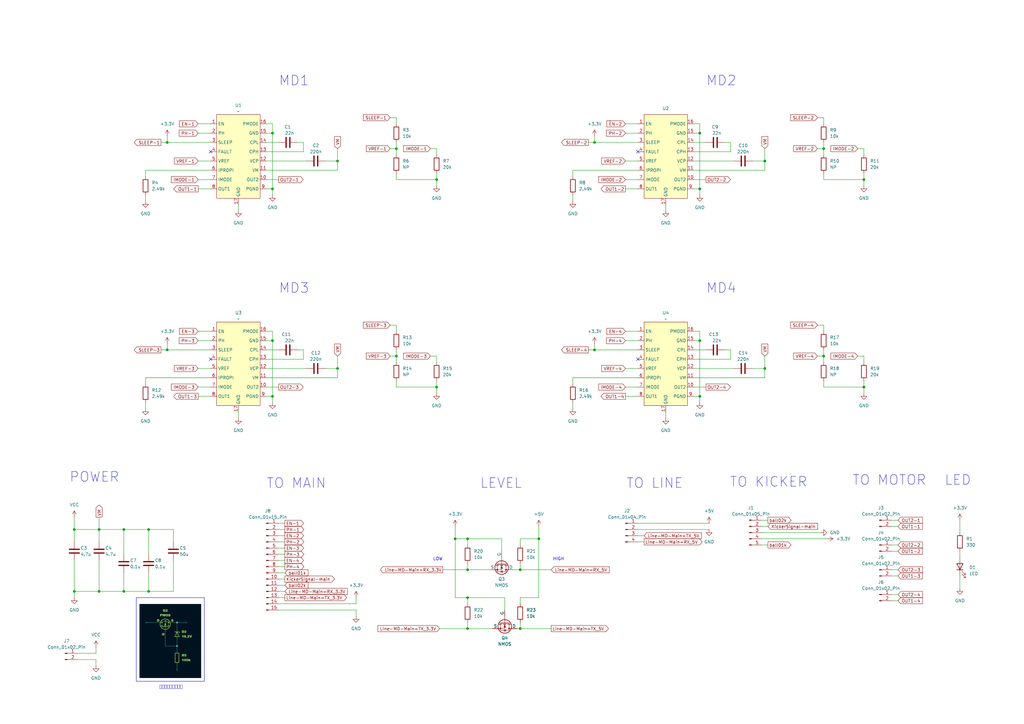
<source format=kicad_sch>
(kicad_sch (version 20231120) (generator "eeschema") (generator_version "8.0")
  (paper "A3")
  (lib_symbols
    (symbol "+3.3V_1" (power) (pin_numbers hide) (pin_names (offset 0) hide)
      (property "Value" "+3.3V" (at 0 3.556 0))
      (symbol "+3.3V_1_1_1"
        (pin power_in line (at 0 0 90) (length 0) (name "~") (number "1"))
      )
    )
    (symbol "+3.3V_3" (power) (pin_numbers hide) (pin_names (offset 0) hide)
      (property "Value" "+3.3V" (at 0 3.556 0))
      (symbol "+3.3V_3_1_1"
        (pin power_in line (at 0 0 90) (length 0) (name "~") (number "1"))
      )
    )
    (symbol "@MyLibrary:DRV8874"
      (property "Reference" "U" (at 0 19.05 0))
      (symbol "DRV8874_1_1"
        (pin passive line (at -11.43 13.97 0) (length 2.54) (name "EN") (number "1"))
        (pin passive line (at 11.43 -8.89 180) (length 2.54) (name "OUT2") (number "10"))
        (pin passive line (at 11.43 -5.08 180) (length 2.54) (name "VM") (number "11"))
        (pin passive line (at 11.43 -1.27 180) (length 2.54) (name "VCP") (number "12"))
        (pin passive line (at 11.43 2.54 180) (length 2.54) (name "CPH") (number "13"))
        (pin passive line (at 11.43 6.35 180) (length 2.54) (name "CPL") (number "14"))
        (pin passive line (at 11.43 10.16 180) (length 2.54) (name "GND") (number "15"))
        (pin passive line (at 11.43 13.97 180) (length 2.54) (name "PMODE") (number "16"))
        (pin passive line (at 0 -19.05 90) (length 2.54) (name "GND") (number "17"))
        (pin passive line (at -11.43 10.16 0) (length 2.54) (name "PH") (number "2"))
        (pin passive line (at -11.43 6.35 0) (length 2.54) (name "SLEEP") (number "3"))
        (pin passive line (at -11.43 2.54 0) (length 2.54) (name "FAULT") (number "4"))
        (pin passive line (at -11.43 -1.27 0) (length 2.54) (name "VREF") (number "5"))
        (pin passive line (at -11.43 -5.08 0) (length 2.54) (name "IPROPI") (number "6"))
        (pin passive line (at -11.43 -8.89 0) (length 2.54) (name "IMODE") (number "7"))
        (pin passive line (at -11.43 -12.7 0) (length 2.54) (name "OUT1") (number "8"))
        (pin passive line (at 11.43 -12.7 180) (length 2.54) (name "PGND") (number "9"))
      )
    )
    (symbol "Connector:Conn_01x02_Pin" (pin_names (offset 1.016) hide)
      (property "Reference" "J" (at 0 2.54 0))
      (property "Value" "Conn_01x02_Pin" (at 0 -5.08 0))
      (symbol "Conn_01x02_Pin_1_1"
        (pin passive line (at 5.08 0 180) (length 3.81) (name "Pin_1") (number "1"))
        (pin passive line (at 5.08 -2.54 180) (length 3.81) (name "Pin_2") (number "2"))
      )
    )
    (symbol "Connector:Conn_01x04_Pin" (pin_names (offset 1.016) hide)
      (property "Reference" "J" (at 0 5.08 0))
      (property "Value" "Conn_01x04_Pin" (at 0 -7.62 0))
      (symbol "Conn_01x04_Pin_1_1"
        (pin passive line (at 5.08 2.54 180) (length 3.81) (name "Pin_1") (number "1"))
        (pin passive line (at 5.08 0 180) (length 3.81) (name "Pin_2") (number "2"))
        (pin passive line (at 5.08 -2.54 180) (length 3.81) (name "Pin_3") (number "3"))
        (pin passive line (at 5.08 -5.08 180) (length 3.81) (name "Pin_4") (number "4"))
      )
    )
    (symbol "Connector:Conn_01x05_Pin" (pin_names (offset 1.016) hide)
      (property "Reference" "J" (at 0 7.62 0))
      (property "Value" "Conn_01x05_Pin" (at 0 -7.62 0))
      (symbol "Conn_01x05_Pin_1_1"
        (pin passive line (at 5.08 5.08 180) (length 3.81) (name "Pin_1") (number "1"))
        (pin passive line (at 5.08 2.54 180) (length 3.81) (name "Pin_2") (number "2"))
        (pin passive line (at 5.08 0 180) (length 3.81) (name "Pin_3") (number "3"))
        (pin passive line (at 5.08 -2.54 180) (length 3.81) (name "Pin_4") (number "4"))
        (pin passive line (at 5.08 -5.08 180) (length 3.81) (name "Pin_5") (number "5"))
      )
    )
    (symbol "Connector:Conn_01x15_Pin" (pin_names (offset 1.016) hide)
      (property "Reference" "J" (at 0 20.32 0))
      (property "Value" "Conn_01x15_Pin" (at 0 -20.32 0))
      (symbol "Conn_01x15_Pin_1_1"
        (pin passive line (at 5.08 17.78 180) (length 3.81) (name "Pin_1") (number "1"))
        (pin passive line (at 5.08 -5.08 180) (length 3.81) (name "Pin_10") (number "10"))
        (pin passive line (at 5.08 -7.62 180) (length 3.81) (name "Pin_11") (number "11"))
        (pin passive line (at 5.08 -10.16 180) (length 3.81) (name "Pin_12") (number "12"))
        (pin passive line (at 5.08 -12.7 180) (length 3.81) (name "Pin_13") (number "13"))
        (pin passive line (at 5.08 -15.24 180) (length 3.81) (name "Pin_14") (number "14"))
        (pin passive line (at 5.08 -17.78 180) (length 3.81) (name "Pin_15") (number "15"))
        (pin passive line (at 5.08 15.24 180) (length 3.81) (name "Pin_2") (number "2"))
        (pin passive line (at 5.08 12.7 180) (length 3.81) (name "Pin_3") (number "3"))
        (pin passive line (at 5.08 10.16 180) (length 3.81) (name "Pin_4") (number "4"))
        (pin passive line (at 5.08 7.62 180) (length 3.81) (name "Pin_5") (number "5"))
        (pin passive line (at 5.08 5.08 180) (length 3.81) (name "Pin_6") (number "6"))
        (pin passive line (at 5.08 2.54 180) (length 3.81) (name "Pin_7") (number "7"))
        (pin passive line (at 5.08 0 180) (length 3.81) (name "Pin_8") (number "8"))
        (pin passive line (at 5.08 -2.54 180) (length 3.81) (name "Pin_9") (number "9"))
      )
    )
    (symbol "Device:C" (pin_numbers hide) (pin_names (offset 0.254))
      (property "Reference" "C" (at 0.635 2.54 0))
      (property "Value" "C" (at 0.635 -2.54 0))
      (symbol "C_1_1"
        (pin passive line (at 0 3.81 270) (length 2.794) (name "~") (number "1"))
        (pin passive line (at 0 -3.81 90) (length 2.794) (name "~") (number "2"))
      )
    )
    (symbol "Device:LED" (pin_numbers hide) (pin_names (offset 1.016) hide)
      (property "Reference" "D" (at 0 2.54 0))
      (property "Value" "LED" (at 0 -2.54 0))
      (symbol "LED_1_1"
        (pin passive line (at -3.81 0 0) (length 2.54) (name "K") (number "1"))
        (pin passive line (at 3.81 0 180) (length 2.54) (name "A") (number "2"))
      )
    )
    (symbol "Device:R" (pin_numbers hide) (pin_names (offset 0))
      (property "Reference" "R" (at 2.032 0 90))
      (property "Value" "R" (at 0 0 90))
      (symbol "R_1_1"
        (pin passive line (at 0 3.81 270) (length 1.27) (name "~") (number "1"))
        (pin passive line (at 0 -3.81 90) (length 1.27) (name "~") (number "2"))
      )
    )
    (symbol "GND_1" (power) (pin_numbers hide) (pin_names (offset 0) hide)
      (property "Value" "GND" (at 0 -3.81 0))
      (symbol "GND_1_1_1"
        (pin power_in line (at 0 0 270) (length 0) (name "~") (number "1"))
      )
    )
    (symbol "GND_2" (power) (pin_numbers hide) (pin_names (offset 0) hide)
      (property "Value" "GND" (at 0 -3.81 0))
      (symbol "GND_2_1_1"
        (pin power_in line (at 0 0 270) (length 0) (name "~") (number "1"))
      )
    )
    (symbol "GND_3" (power) (pin_numbers hide) (pin_names (offset 0) hide)
      (property "Value" "GND" (at 0 -3.81 0))
      (symbol "GND_3_1_1"
        (pin power_in line (at 0 0 270) (length 0) (name "~") (number "1"))
      )
    )
    (symbol "Simulation_SPICE:NMOS" (pin_numbers hide) (pin_names (offset 0))
      (property "Reference" "Q" (at 5.08 1.27 0))
      (property "Value" "NMOS" (at 5.08 -1.27 0))
      (symbol "NMOS_1_1"
        (pin passive line (at 2.54 5.08 270) (length 2.54) (name "D") (number "1"))
        (pin input line (at -5.08 0 0) (length 2.54) (name "G") (number "2"))
        (pin passive line (at 2.54 -5.08 90) (length 2.54) (name "S") (number "3"))
      )
    )
    (symbol "power:+3.3V" (power) (pin_names (offset 0))
      (property "Value" "+3.3V" (at 0 3.556 0))
      (symbol "+3.3V_1_1"
        (pin power_in line (at 0 0 90) (length 0) hide (name "+3.3V") (number "1"))
      )
    )
    (symbol "power:+5V" (power) (pin_numbers hide) (pin_names (offset 0) hide)
      (property "Value" "+5V" (at 0 3.556 0))
      (symbol "+5V_1_1"
        (pin power_in line (at 0 0 90) (length 0) (name "~") (number "1"))
      )
    )
    (symbol "power:GND" (power) (pin_names (offset 0))
      (property "Value" "GND" (at 0 -3.81 0))
      (symbol "GND_1_1"
        (pin power_in line (at 0 0 270) (length 0) hide (name "GND") (number "1"))
      )
    )
    (symbol "power:VCC" (power) (pin_names (offset 0))
      (property "Value" "VCC" (at 0 3.81 0))
      (symbol "VCC_1_1"
        (pin power_in line (at 0 0 90) (length 0) hide (name "VCC") (number "1"))
      )
    )
  )
  (junction (at 111.76 77.47))
  (junction (at 191.77 245.11))
  (junction (at 162.56 146.05))
  (junction (at 191.77 233.68))
  (junction (at 213.36 233.68))
  (junction (at 213.36 257.81))
  (junction (at 30.48 242.57))
  (junction (at 337.82 60.96))
  (junction (at 186.69 220.98))
  (junction (at 50.8 242.57))
  (junction (at 191.77 257.81))
  (junction (at 40.64 242.57))
  (junction (at 337.82 146.05))
  (junction (at 179.07 158.75))
  (junction (at 60.96 242.57))
  (junction (at 40.64 217.17))
  (junction (at 191.77 220.98))
  (junction (at 111.76 54.61))
  (junction (at 50.8 217.17))
  (junction (at 287.02 162.56))
  (junction (at 111.76 139.7))
  (junction (at 138.43 66.04))
  (junction (at 287.02 54.61))
  (junction (at 287.02 77.47))
  (junction (at 60.96 217.17))
  (junction (at 30.48 217.17))
  (junction (at 111.76 162.56))
  (junction (at 179.07 73.66))
  (junction (at 354.33 73.66))
  (junction (at 243.84 143.51))
  (junction (at 243.84 58.42))
  (junction (at 220.98 220.98))
  (junction (at 313.69 66.04))
  (junction (at 313.69 151.13))
  (junction (at 354.33 158.75))
  (junction (at 138.43 151.13))
  (junction (at 162.56 60.96))
  (junction (at 287.02 139.7))
  (junction (at 68.58 58.42))
  (junction (at 68.58 143.51))
  (no_connect (at 86.36 147.32))
  (no_connect (at 261.62 147.32))
  (no_connect (at 261.62 62.23))
  (no_connect (at 86.36 62.23))
  (wire (pts (xy 109.22 77.47) (xy 111.76 77.47)))
  (wire (pts (xy 111.76 80.01) (xy 111.76 77.47)))
  (wire (pts (xy 97.79 83.82) (xy 97.79 86.36)))
  (wire (pts (xy 213.36 257.81) (xy 226.06 257.81)))
  (wire (pts (xy 114.3 229.87) (xy 116.84 229.87)))
  (wire (pts (xy 162.56 158.75) (xy 179.07 158.75)))
  (wire (pts (xy 368.3 215.9) (xy 365.76 215.9)))
  (wire (pts (xy 234.95 167.64) (xy 234.95 165.1)))
  (wire (pts (xy 114.3 73.66) (xy 109.22 73.66)))
  (wire (pts (xy 241.3 143.51) (xy 243.84 143.51)))
  (wire (pts (xy 109.22 162.56) (xy 111.76 162.56)))
  (wire (pts (xy 116.84 245.11) (xy 114.3 245.11)))
  (wire (pts (xy 114.3 237.49) (xy 116.84 237.49)))
  (wire (pts (xy 284.48 77.47) (xy 287.02 77.47)))
  (wire (pts (xy 60.96 217.17) (xy 60.96 227.33)))
  (wire (pts (xy 289.56 158.75) (xy 284.48 158.75)))
  (wire (pts (xy 133.35 151.13) (xy 138.43 151.13)))
  (wire (pts (xy 179.07 71.12) (xy 179.07 73.66)))
  (wire (pts (xy 337.82 48.26) (xy 337.82 50.8)))
  (wire (pts (xy 50.8 217.17) (xy 60.96 217.17)))
  (wire (pts (xy 40.64 217.17) (xy 50.8 217.17)))
  (wire (pts (xy 39.37 270.51) (xy 31.75 270.51)))
  (wire (pts (xy 243.84 58.42) (xy 261.62 58.42)))
  (wire (pts (xy 299.72 58.42) (xy 299.72 62.23)))
  (wire (pts (xy 39.37 267.97) (xy 31.75 267.97)))
  (wire (pts (xy 337.82 143.51) (xy 337.82 146.05)))
  (wire (pts (xy 354.33 60.96) (xy 354.33 63.5)))
  (wire (pts (xy 116.84 217.17) (xy 114.3 217.17)))
  (wire (pts (xy 81.28 66.04) (xy 86.36 66.04)))
  (wire (pts (xy 213.36 233.68) (xy 210.82 233.68)))
  (wire (pts (xy 81.28 77.47) (xy 86.36 77.47)))
  (wire (pts (xy 312.42 220.98) (xy 339.09 220.98)))
  (wire (pts (xy 40.64 217.17) (xy 40.64 212.09)))
  (wire (pts (xy 180.34 257.81) (xy 191.77 257.81)))
  (wire (pts (xy 186.69 245.11) (xy 191.77 245.11)))
  (wire (pts (xy 335.28 48.26) (xy 337.82 48.26)))
  (wire (pts (xy 81.28 54.61) (xy 86.36 54.61)))
  (wire (pts (xy 160.02 60.96) (xy 162.56 60.96)))
  (wire (pts (xy 40.64 229.87) (xy 40.64 242.57)))
  (wire (pts (xy 71.12 242.57) (xy 60.96 242.57)))
  (wire (pts (xy 125.73 66.04) (xy 109.22 66.04)))
  (wire (pts (xy 162.56 73.66) (xy 179.07 73.66)))
  (wire (pts (xy 59.69 154.94) (xy 59.69 157.48)))
  (wire (pts (xy 337.82 71.12) (xy 337.82 73.66)))
  (wire (pts (xy 365.76 213.36) (xy 368.3 213.36)))
  (wire (pts (xy 337.82 146.05) (xy 337.82 148.59)))
  (wire (pts (xy 273.05 83.82) (xy 273.05 86.36)))
  (wire (pts (xy 114.3 143.51) (xy 109.22 143.51)))
  (wire (pts (xy 314.96 223.52) (xy 312.42 223.52)))
  (wire (pts (xy 313.69 66.04) (xy 313.69 69.85)))
  (wire (pts (xy 179.07 158.75) (xy 179.07 161.29)))
  (wire (pts (xy 81.28 151.13) (xy 86.36 151.13)))
  (wire (pts (xy 59.69 69.85) (xy 59.69 72.39)))
  (wire (pts (xy 354.33 73.66) (xy 354.33 76.2)))
  (wire (pts (xy 261.62 154.94) (xy 234.95 154.94)))
  (wire (pts (xy 114.3 58.42) (xy 109.22 58.42)))
  (wire (pts (xy 337.82 73.66) (xy 354.33 73.66)))
  (wire (pts (xy 205.74 226.06) (xy 205.74 220.98)))
  (wire (pts (xy 297.18 143.51) (xy 299.72 143.51)))
  (wire (pts (xy 220.98 220.98) (xy 220.98 215.9)))
  (wire (pts (xy 71.12 229.87) (xy 71.12 242.57)))
  (wire (pts (xy 116.84 242.57) (xy 114.3 242.57)))
  (wire (pts (xy 284.48 147.32) (xy 299.72 147.32)))
  (wire (pts (xy 287.02 139.7) (xy 287.02 162.56)))
  (wire (pts (xy 243.84 143.51) (xy 261.62 143.51)))
  (wire (pts (xy 138.43 151.13) (xy 138.43 154.94)))
  (wire (pts (xy 181.61 233.68) (xy 191.77 233.68)))
  (wire (pts (xy 138.43 60.96) (xy 138.43 66.04)))
  (wire (pts (xy 335.28 146.05) (xy 337.82 146.05)))
  (wire (pts (xy 213.36 257.81) (xy 212.09 257.81)))
  (wire (pts (xy 191.77 233.68) (xy 191.77 231.14)))
  (wire (pts (xy 109.22 54.61) (xy 111.76 54.61)))
  (wire (pts (xy 109.22 147.32) (xy 124.46 147.32)))
  (wire (pts (xy 138.43 154.94) (xy 109.22 154.94)))
  (wire (pts (xy 114.3 224.79) (xy 116.84 224.79)))
  (wire (pts (xy 354.33 71.12) (xy 354.33 73.66)))
  (wire (pts (xy 50.8 217.17) (xy 50.8 227.33)))
  (wire (pts (xy 256.54 135.89) (xy 261.62 135.89)))
  (wire (pts (xy 335.28 133.35) (xy 337.82 133.35)))
  (wire (pts (xy 59.69 82.55) (xy 59.69 80.01)))
  (wire (pts (xy 186.69 215.9) (xy 186.69 220.98)))
  (wire (pts (xy 261.62 217.17) (xy 290.83 217.17)))
  (wire (pts (xy 337.82 60.96) (xy 337.82 63.5)))
  (wire (pts (xy 160.02 146.05) (xy 162.56 146.05)))
  (wire (pts (xy 354.33 156.21) (xy 354.33 158.75)))
  (wire (pts (xy 365.76 226.06) (xy 368.3 226.06)))
  (wire (pts (xy 243.84 55.88) (xy 243.84 58.42)))
  (wire (pts (xy 191.77 245.11) (xy 207.01 245.11)))
  (wire (pts (xy 160.02 48.26) (xy 162.56 48.26)))
  (wire (pts (xy 256.54 73.66) (xy 261.62 73.66)))
  (wire (pts (xy 220.98 220.98) (xy 220.98 245.11)))
  (wire (pts (xy 337.82 158.75) (xy 354.33 158.75)))
  (wire (pts (xy 30.48 217.17) (xy 40.64 217.17)))
  (wire (pts (xy 30.48 212.09) (xy 30.48 217.17)))
  (wire (pts (xy 186.69 220.98) (xy 191.77 220.98)))
  (wire (pts (xy 287.02 50.8) (xy 287.02 54.61)))
  (wire (pts (xy 287.02 80.01) (xy 287.02 77.47)))
  (wire (pts (xy 114.3 219.71) (xy 116.84 219.71)))
  (wire (pts (xy 40.64 242.57) (xy 50.8 242.57)))
  (wire (pts (xy 213.36 233.68) (xy 226.06 233.68)))
  (wire (pts (xy 308.61 66.04) (xy 313.69 66.04)))
  (wire (pts (xy 114.3 158.75) (xy 109.22 158.75)))
  (wire (pts (xy 261.62 69.85) (xy 234.95 69.85)))
  (wire (pts (xy 81.28 162.56) (xy 86.36 162.56)))
  (wire (pts (xy 313.69 151.13) (xy 313.69 154.94)))
  (wire (pts (xy 234.95 69.85) (xy 234.95 72.39)))
  (wire (pts (xy 162.56 156.21) (xy 162.56 158.75)))
  (wire (pts (xy 86.36 154.94) (xy 59.69 154.94)))
  (wire (pts (xy 351.79 146.05) (xy 354.33 146.05)))
  (wire (pts (xy 220.98 245.11) (xy 213.36 245.11)))
  (wire (pts (xy 186.69 220.98) (xy 186.69 245.11)))
  (wire (pts (xy 50.8 242.57) (xy 60.96 242.57)))
  (wire (pts (xy 81.28 135.89) (xy 86.36 135.89)))
  (wire (pts (xy 111.76 139.7) (xy 111.76 162.56)))
  (wire (pts (xy 287.02 165.1) (xy 287.02 162.56)))
  (wire (pts (xy 179.07 60.96) (xy 179.07 63.5)))
  (wire (pts (xy 111.76 50.8) (xy 111.76 54.61)))
  (wire (pts (xy 300.99 151.13) (xy 284.48 151.13)))
  (wire (pts (xy 179.07 73.66) (xy 179.07 76.2)))
  (wire (pts (xy 39.37 265.43) (xy 39.37 267.97)))
  (wire (pts (xy 314.96 213.36) (xy 312.42 213.36)))
  (wire (pts (xy 30.48 229.87) (xy 30.48 242.57)))
  (wire (pts (xy 111.76 135.89) (xy 111.76 139.7)))
  (wire (pts (xy 335.28 60.96) (xy 337.82 60.96)))
  (wire (pts (xy 68.58 55.88) (xy 68.58 58.42)))
  (wire (pts (xy 351.79 60.96) (xy 354.33 60.96)))
  (wire (pts (xy 365.76 236.22) (xy 368.3 236.22)))
  (wire (pts (xy 365.76 246.38) (xy 368.3 246.38)))
  (wire (pts (xy 114.3 222.25) (xy 116.84 222.25)))
  (wire (pts (xy 205.74 220.98) (xy 191.77 220.98)))
  (wire (pts (xy 354.33 146.05) (xy 354.33 148.59)))
  (wire (pts (xy 138.43 69.85) (xy 109.22 69.85)))
  (wire (pts (xy 256.54 50.8) (xy 261.62 50.8)))
  (wire (pts (xy 39.37 270.51) (xy 39.37 273.05)))
  (wire (pts (xy 114.3 247.65) (xy 146.05 247.65)))
  (wire (pts (xy 213.36 220.98) (xy 220.98 220.98)))
  (wire (pts (xy 393.7 228.6) (xy 393.7 226.06)))
  (wire (pts (xy 213.36 223.52) (xy 213.36 220.98)))
  (wire (pts (xy 162.56 133.35) (xy 162.56 135.89)))
  (wire (pts (xy 114.3 234.95) (xy 116.84 234.95)))
  (wire (pts (xy 213.36 255.27) (xy 213.36 257.81)))
  (wire (pts (xy 365.76 233.68) (xy 368.3 233.68)))
  (wire (pts (xy 284.48 62.23) (xy 299.72 62.23)))
  (wire (pts (xy 114.3 250.19) (xy 146.05 250.19)))
  (wire (pts (xy 138.43 146.05) (xy 138.43 151.13)))
  (wire (pts (xy 284.48 54.61) (xy 287.02 54.61)))
  (wire (pts (xy 337.82 58.42) (xy 337.82 60.96)))
  (wire (pts (xy 179.07 156.21) (xy 179.07 158.75)))
  (wire (pts (xy 138.43 66.04) (xy 138.43 69.85)))
  (wire (pts (xy 289.56 73.66) (xy 284.48 73.66)))
  (wire (pts (xy 337.82 133.35) (xy 337.82 135.89)))
  (wire (pts (xy 234.95 154.94) (xy 234.95 157.48)))
  (wire (pts (xy 284.48 139.7) (xy 287.02 139.7)))
  (wire (pts (xy 256.54 158.75) (xy 261.62 158.75)))
  (wire (pts (xy 124.46 143.51) (xy 124.46 147.32)))
  (wire (pts (xy 71.12 217.17) (xy 71.12 222.25)))
  (wire (pts (xy 256.54 54.61) (xy 261.62 54.61)))
  (wire (pts (xy 256.54 77.47) (xy 261.62 77.47)))
  (wire (pts (xy 109.22 62.23) (xy 124.46 62.23)))
  (wire (pts (xy 97.79 168.91) (xy 97.79 171.45)))
  (wire (pts (xy 68.58 58.42) (xy 86.36 58.42)))
  (wire (pts (xy 162.56 60.96) (xy 162.56 63.5)))
  (wire (pts (xy 191.77 220.98) (xy 191.77 223.52)))
  (wire (pts (xy 86.36 69.85) (xy 59.69 69.85)))
  (wire (pts (xy 312.42 218.44) (xy 336.55 218.44)))
  (wire (pts (xy 289.56 143.51) (xy 284.48 143.51)))
  (wire (pts (xy 191.77 257.81) (xy 201.93 257.81)))
  (wire (pts (xy 60.96 242.57) (xy 60.96 234.95)))
  (wire (pts (xy 234.95 82.55) (xy 234.95 80.01)))
  (wire (pts (xy 121.92 58.42) (xy 124.46 58.42)))
  (wire (pts (xy 59.69 167.64) (xy 59.69 165.1)))
  (wire (pts (xy 191.77 233.68) (xy 200.66 233.68)))
  (wire (pts (xy 68.58 140.97) (xy 68.58 143.51)))
  (wire (pts (xy 109.22 50.8) (xy 111.76 50.8)))
  (wire (pts (xy 146.05 252.73) (xy 146.05 250.19)))
  (wire (pts (xy 337.82 156.21) (xy 337.82 158.75)))
  (wire (pts (xy 297.18 58.42) (xy 299.72 58.42)))
  (wire (pts (xy 162.56 146.05) (xy 162.56 148.59)))
  (wire (pts (xy 125.73 151.13) (xy 109.22 151.13)))
  (wire (pts (xy 273.05 168.91) (xy 273.05 171.45)))
  (wire (pts (xy 191.77 255.27) (xy 191.77 257.81)))
  (wire (pts (xy 191.77 245.11) (xy 191.77 247.65)))
  (wire (pts (xy 256.54 162.56) (xy 261.62 162.56)))
  (wire (pts (xy 162.56 71.12) (xy 162.56 73.66)))
  (wire (pts (xy 299.72 143.51) (xy 299.72 147.32)))
  (wire (pts (xy 284.48 50.8) (xy 287.02 50.8)))
  (wire (pts (xy 111.76 54.61) (xy 111.76 77.47)))
  (wire (pts (xy 176.53 146.05) (xy 179.07 146.05)))
  (wire (pts (xy 313.69 60.96) (xy 313.69 66.04)))
  (wire (pts (xy 114.3 227.33) (xy 116.84 227.33)))
  (wire (pts (xy 162.56 143.51) (xy 162.56 146.05)))
  (wire (pts (xy 81.28 158.75) (xy 86.36 158.75)))
  (wire (pts (xy 60.96 217.17) (xy 71.12 217.17)))
  (wire (pts (xy 207.01 245.11) (xy 207.01 250.19)))
  (wire (pts (xy 313.69 146.05) (xy 313.69 151.13)))
  (wire (pts (xy 109.22 135.89) (xy 111.76 135.89)))
  (wire (pts (xy 284.48 135.89) (xy 287.02 135.89)))
  (wire (pts (xy 300.99 66.04) (xy 284.48 66.04)))
  (wire (pts (xy 40.64 222.25) (xy 40.64 217.17)))
  (wire (pts (xy 116.84 214.63) (xy 114.3 214.63)))
  (wire (pts (xy 176.53 60.96) (xy 179.07 60.96)))
  (wire (pts (xy 287.02 135.89) (xy 287.02 139.7)))
  (wire (pts (xy 261.62 222.25) (xy 264.16 222.25)))
  (wire (pts (xy 287.02 54.61) (xy 287.02 77.47)))
  (wire (pts (xy 312.42 215.9) (xy 314.96 215.9)))
  (wire (pts (xy 354.33 158.75) (xy 354.33 161.29)))
  (wire (pts (xy 124.46 58.42) (xy 124.46 62.23)))
  (wire (pts (xy 213.36 245.11) (xy 213.36 247.65)))
  (wire (pts (xy 289.56 58.42) (xy 284.48 58.42)))
  (wire (pts (xy 30.48 217.17) (xy 30.48 222.25)))
  (wire (pts (xy 30.48 242.57) (xy 40.64 242.57)))
  (wire (pts (xy 261.62 219.71) (xy 264.16 219.71)))
  (wire (pts (xy 261.62 214.63) (xy 290.83 214.63)))
  (wire (pts (xy 162.56 48.26) (xy 162.56 50.8)))
  (wire (pts (xy 393.7 241.3) (xy 393.7 236.22)))
  (wire (pts (xy 313.69 154.94) (xy 284.48 154.94)))
  (wire (pts (xy 133.35 66.04) (xy 138.43 66.04)))
  (wire (pts (xy 111.76 165.1) (xy 111.76 162.56)))
  (wire (pts (xy 66.04 143.51) (xy 68.58 143.51)))
  (wire (pts (xy 243.84 140.97) (xy 243.84 143.51)))
  (wire (pts (xy 256.54 66.04) (xy 261.62 66.04)))
  (wire (pts (xy 284.48 162.56) (xy 287.02 162.56)))
  (wire (pts (xy 81.28 73.66) (xy 86.36 73.66)))
  (wire (pts (xy 50.8 234.95) (xy 50.8 242.57)))
  (wire (pts (xy 68.58 143.51) (xy 86.36 143.51)))
  (wire (pts (xy 308.61 151.13) (xy 313.69 151.13)))
  (wire (pts (xy 114.3 232.41) (xy 116.84 232.41)))
  (wire (pts (xy 146.05 247.65) (xy 146.05 245.11)))
  (wire (pts (xy 30.48 245.11) (xy 30.48 242.57)))
  (wire (pts (xy 116.84 240.03) (xy 114.3 240.03)))
  (wire (pts (xy 256.54 139.7) (xy 261.62 139.7)))
  (wire (pts (xy 313.69 69.85) (xy 284.48 69.85)))
  (wire (pts (xy 365.76 223.52) (xy 368.3 223.52)))
  (wire (pts (xy 213.36 231.14) (xy 213.36 233.68)))
  (wire (pts (xy 160.02 133.35) (xy 162.56 133.35)))
  (wire (pts (xy 109.22 139.7) (xy 111.76 139.7)))
  (wire (pts (xy 256.54 151.13) (xy 261.62 151.13)))
  (wire (pts (xy 241.3 58.42) (xy 243.84 58.42)))
  (wire (pts (xy 393.7 218.44) (xy 393.7 213.36)))
  (wire (pts (xy 81.28 139.7) (xy 86.36 139.7)))
  (wire (pts (xy 179.07 146.05) (xy 179.07 148.59)))
  (wire (pts (xy 121.92 143.51) (xy 124.46 143.51)))
  (wire (pts (xy 365.76 243.84) (xy 368.3 243.84)))
  (wire (pts (xy 81.28 50.8) (xy 86.36 50.8)))
  (wire (pts (xy 66.04 58.42) (xy 68.58 58.42)))
  (wire (pts (xy 162.56 58.42) (xy 162.56 60.96)))
  (rectangle (start 55.88 245.11) (end 83.82 279.4))
  (image (at 69.85 262.89) (scale 0.178723))
  (text "HIGH" (at 229.108 229.362 0) (effects (font (size 1.27 1.27))))
  (text "TO MOTOR" (at 349.504 199.39 0) (effects (font (size 4 4)) (justify left bottom)))
  (text "TO KICKER" (at 299.212 200.152 0) (effects (font (size 4 4)) (justify left bottom)))
  (text "TO LINE" (at 256.794 200.66 0) (effects (font (size 4 4)) (justify left bottom)))
  (text "MD3" (at 114.3 120.65 0) (effects (font (size 4 4)) (justify left bottom)))
  (text "MD2" (at 289.56 35.56 0) (effects (font (size 4 4)) (justify left bottom)))
  (text "POWER" (at 28.448 198.12 0) (effects (font (size 4 4)) (justify left bottom)))
  (text "MD1" (at 114.3 35.56 0) (effects (font (size 4 4)) (justify left bottom)))
  (text "TO MAIN" (at 109.22 200.66 0) (effects (font (size 4 4)) (justify left bottom)))
  (text "LOW" (at 179.578 229.362 0) (effects (font (size 1.27 1.27))))
  (text "保護部分は削除した" (at 70.104 282.194 0) (effects (font (size 1.27 1.27) (thickness 0.254) (bold yes))))
  (text "MD4" (at 289.56 120.65 0) (effects (font (size 4 4)) (justify left bottom)))
  (text "LED" (at 387.35 199.39 0) (effects (font (size 4 4)) (justify left bottom)))
  (text "LEVEL" (at 196.85 200.66 0) (effects (font (size 4 4)) (justify left bottom)))
  (global_label "PH-2" (shape input) (at 256.54 54.61 180) (property "Intersheetrefs" "${INTERSHEET_REFS}" (effects (hide yes))))
  (global_label "SLEEP-3" (shape input) (at 160.02 133.35 180) (property "Intersheetrefs" "${INTERSHEET_REFS}" (effects (hide yes))))
  (global_label "ball02k" (shape output) (at 314.96 213.36 0) (property "Intersheetrefs" "${INTERSHEET_REFS}" (effects (hide yes))))
  (global_label "PH-1" (shape input) (at 81.28 54.61 180) (property "Intersheetrefs" "${INTERSHEET_REFS}" (effects (hide yes))))
  (global_label "OUT2-1" (shape output) (at 114.3 73.66 0) (property "Intersheetrefs" "${INTERSHEET_REFS}" (effects (hide yes))))
  (global_label "IMODE-1" (shape input) (at 176.53 60.96 180) (property "Intersheetrefs" "${INTERSHEET_REFS}" (effects (hide yes))))
  (global_label "EN-2" (shape output) (at 116.84 219.71 0) (property "Intersheetrefs" "${INTERSHEET_REFS}" (effects (hide yes))))
  (global_label "OUT1-4" (shape output) (at 256.54 162.56 180) (property "Intersheetrefs" "${INTERSHEET_REFS}" (effects (hide yes))))
  (global_label "IMODE-3" (shape input) (at 81.28 158.75 180) (property "Intersheetrefs" "${INTERSHEET_REFS}" (effects (hide yes))))
  (global_label "ball01k" (shape output) (at 314.96 223.52 0) (property "Intersheetrefs" "${INTERSHEET_REFS}" (effects (hide yes))))
  (global_label "OUT1-4" (shape input) (at 368.3 246.38 0) (property "Intersheetrefs" "${INTERSHEET_REFS}" (effects (hide yes))))
  (global_label "VM" (shape input) (at 138.43 146.05 90) (property "Intersheetrefs" "${INTERSHEET_REFS}" (effects (hide yes))))
  (global_label "Line-MD-Main=TX_3.3V" (shape input) (at 180.34 257.81 180) (property "Intersheetrefs" "${INTERSHEET_REFS}" (effects (hide yes))))
  (global_label "OUT2-2" (shape input) (at 368.3 223.52 0) (property "Intersheetrefs" "${INTERSHEET_REFS}" (effects (hide yes))))
  (global_label "PH-4" (shape input) (at 256.54 139.7 180) (property "Intersheetrefs" "${INTERSHEET_REFS}" (effects (hide yes))))
  (global_label "EN-3" (shape input) (at 81.28 135.89 180) (property "Intersheetrefs" "${INTERSHEET_REFS}" (effects (hide yes))))
  (global_label "ball02k" (shape input) (at 116.84 240.03 0) (property "Intersheetrefs" "${INTERSHEET_REFS}" (effects (hide yes))))
  (global_label "ball01k" (shape input) (at 116.84 234.95 0) (property "Intersheetrefs" "${INTERSHEET_REFS}" (effects (hide yes))))
  (global_label "OUT1-1" (shape output) (at 81.28 77.47 180) (property "Intersheetrefs" "${INTERSHEET_REFS}" (effects (hide yes))))
  (global_label "VREF-4" (shape input) (at 335.28 146.05 180) (property "Intersheetrefs" "${INTERSHEET_REFS}" (effects (hide yes))))
  (global_label "SLEEP-3" (shape output) (at 66.04 143.51 180) (property "Intersheetrefs" "${INTERSHEET_REFS}" (effects (hide yes))))
  (global_label "EN-4" (shape input) (at 256.54 135.89 180) (property "Intersheetrefs" "${INTERSHEET_REFS}" (effects (hide yes))))
  (global_label "SLEEP-1" (shape output) (at 66.04 58.42 180) (property "Intersheetrefs" "${INTERSHEET_REFS}" (effects (hide yes))))
  (global_label "Line-MD-Main=RX_3.3V" (shape input) (at 116.84 242.57 0) (property "Intersheetrefs" "${INTERSHEET_REFS}" (effects (hide yes))))
  (global_label "OUT2-4" (shape output) (at 289.56 158.75 0) (property "Intersheetrefs" "${INTERSHEET_REFS}" (effects (hide yes))))
  (global_label "Line-MD-Main=RX_3.3V" (shape output) (at 181.61 233.68 180) (property "Intersheetrefs" "${INTERSHEET_REFS}" (effects (hide yes))))
  (global_label "Line-MD-Main=TX_5V" (shape output) (at 226.06 257.81 0) (property "Intersheetrefs" "${INTERSHEET_REFS}" (effects (hide yes))))
  (global_label "IMODE-1" (shape input) (at 81.28 73.66 180) (property "Intersheetrefs" "${INTERSHEET_REFS}" (effects (hide yes))))
  (global_label "VREF-3" (shape input) (at 160.02 146.05 180) (property "Intersheetrefs" "${INTERSHEET_REFS}" (effects (hide yes))))
  (global_label "PH-3" (shape output) (at 116.84 227.33 0) (property "Intersheetrefs" "${INTERSHEET_REFS}" (effects (hide yes))))
  (global_label "VREF-4" (shape input) (at 256.54 151.13 180) (property "Intersheetrefs" "${INTERSHEET_REFS}" (effects (hide yes))))
  (global_label "OUT1-1" (shape input) (at 368.3 215.9 0) (property "Intersheetrefs" "${INTERSHEET_REFS}" (effects (hide yes))))
  (global_label "SLEEP-4" (shape input) (at 335.28 133.35 180) (property "Intersheetrefs" "${INTERSHEET_REFS}" (effects (hide yes))))
  (global_label "SLEEP-2" (shape input) (at 335.28 48.26 180) (property "Intersheetrefs" "${INTERSHEET_REFS}" (effects (hide yes))))
  (global_label "PH-4" (shape output) (at 116.84 232.41 0) (property "Intersheetrefs" "${INTERSHEET_REFS}" (effects (hide yes))))
  (global_label "EN-2" (shape input) (at 256.54 50.8 180) (property "Intersheetrefs" "${INTERSHEET_REFS}" (effects (hide yes))))
  (global_label "IMODE-3" (shape input) (at 176.53 146.05 180) (property "Intersheetrefs" "${INTERSHEET_REFS}" (effects (hide yes))))
  (global_label "KickerSignal-main" (shape input) (at 314.96 215.9 0) (property "Intersheetrefs" "${INTERSHEET_REFS}" (effects (hide yes))))
  (global_label "OUT1-2" (shape input) (at 368.3 226.06 0) (property "Intersheetrefs" "${INTERSHEET_REFS}" (effects (hide yes))))
  (global_label "OUT2-4" (shape input) (at 368.3 243.84 0) (property "Intersheetrefs" "${INTERSHEET_REFS}" (effects (hide yes))))
  (global_label "OUT1-3" (shape input) (at 368.3 236.22 0) (property "Intersheetrefs" "${INTERSHEET_REFS}" (effects (hide yes))))
  (global_label "EN-3" (shape output) (at 116.84 224.79 0) (property "Intersheetrefs" "${INTERSHEET_REFS}" (effects (hide yes))))
  (global_label "VM" (shape output) (at 40.64 212.09 90) (property "Intersheetrefs" "${INTERSHEET_REFS}" (effects (hide yes))))
  (global_label "VREF-2" (shape input) (at 256.54 66.04 180) (property "Intersheetrefs" "${INTERSHEET_REFS}" (effects (hide yes))))
  (global_label "EN-1" (shape output) (at 116.84 214.63 0) (property "Intersheetrefs" "${INTERSHEET_REFS}" (effects (hide yes))))
  (global_label "SLEEP-2" (shape output) (at 241.3 58.42 180) (property "Intersheetrefs" "${INTERSHEET_REFS}" (effects (hide yes))))
  (global_label "VREF-1" (shape input) (at 160.02 60.96 180) (property "Intersheetrefs" "${INTERSHEET_REFS}" (effects (hide yes))))
  (global_label "IMODE-2" (shape input) (at 256.54 73.66 180) (property "Intersheetrefs" "${INTERSHEET_REFS}" (effects (hide yes))))
  (global_label "Line-MD-Main=RX_5V" (shape output) (at 264.16 222.25 0) (property "Intersheetrefs" "${INTERSHEET_REFS}" (effects (hide yes))))
  (global_label "IMODE-4" (shape input) (at 351.79 146.05 180) (property "Intersheetrefs" "${INTERSHEET_REFS}" (effects (hide yes))))
  (global_label "SLEEP-4" (shape output) (at 241.3 143.51 180) (property "Intersheetrefs" "${INTERSHEET_REFS}" (effects (hide yes))))
  (global_label "EN-4" (shape output) (at 116.84 229.87 0) (property "Intersheetrefs" "${INTERSHEET_REFS}" (effects (hide yes))))
  (global_label "VREF-2" (shape input) (at 335.28 60.96 180) (property "Intersheetrefs" "${INTERSHEET_REFS}" (effects (hide yes))))
  (global_label "VM" (shape input) (at 138.43 60.96 90) (property "Intersheetrefs" "${INTERSHEET_REFS}" (effects (hide yes))))
  (global_label "IMODE-4" (shape input) (at 256.54 158.75 180) (property "Intersheetrefs" "${INTERSHEET_REFS}" (effects (hide yes))))
  (global_label "VM" (shape input) (at 313.69 60.96 90) (property "Intersheetrefs" "${INTERSHEET_REFS}" (effects (hide yes))))
  (global_label "PH-3" (shape input) (at 81.28 139.7 180) (property "Intersheetrefs" "${INTERSHEET_REFS}" (effects (hide yes))))
  (global_label "OUT1-2" (shape output) (at 256.54 77.47 180) (property "Intersheetrefs" "${INTERSHEET_REFS}" (effects (hide yes))))
  (global_label "OUT2-2" (shape output) (at 289.56 73.66 0) (property "Intersheetrefs" "${INTERSHEET_REFS}" (effects (hide yes))))
  (global_label "VREF-3" (shape input) (at 81.28 151.13 180) (property "Intersheetrefs" "${INTERSHEET_REFS}" (effects (hide yes))))
  (global_label "KickerSignal-main" (shape output) (at 116.84 237.49 0) (property "Intersheetrefs" "${INTERSHEET_REFS}" (effects (hide yes))))
  (global_label "IMODE-2" (shape input) (at 351.79 60.96 180) (property "Intersheetrefs" "${INTERSHEET_REFS}" (effects (hide yes))))
  (global_label "VREF-1" (shape input) (at 81.28 66.04 180) (property "Intersheetrefs" "${INTERSHEET_REFS}" (effects (hide yes))))
  (global_label "OUT2-3" (shape output) (at 114.3 158.75 0) (property "Intersheetrefs" "${INTERSHEET_REFS}" (effects (hide yes))))
  (global_label "Line-MD-Main=RX_5V" (shape input) (at 226.06 233.68 0) (property "Intersheetrefs" "${INTERSHEET_REFS}" (effects (hide yes))))
  (global_label "Line-MD-Main=TX_3.3V" (shape output) (at 116.84 245.11 0) (property "Intersheetrefs" "${INTERSHEET_REFS}" (effects (hide yes))))
  (global_label "Line-MD-Main=TX_5V" (shape input) (at 264.16 219.71 0) (property "Intersheetrefs" "${INTERSHEET_REFS}" (effects (hide yes))))
  (global_label "EN-1" (shape input) (at 81.28 50.8 180) (property "Intersheetrefs" "${INTERSHEET_REFS}" (effects (hide yes))))
  (global_label "OUT2-1" (shape input) (at 368.3 213.36 0) (property "Intersheetrefs" "${INTERSHEET_REFS}" (effects (hide yes))))
  (global_label "OUT2-3" (shape input) (at 368.3 233.68 0) (property "Intersheetrefs" "${INTERSHEET_REFS}" (effects (hide yes))))
  (global_label "OUT1-3" (shape output) (at 81.28 162.56 180) (property "Intersheetrefs" "${INTERSHEET_REFS}" (effects (hide yes))))
  (global_label "VM" (shape input) (at 313.69 146.05 90) (property "Intersheetrefs" "${INTERSHEET_REFS}" (effects (hide yes))))
  (global_label "SLEEP-1" (shape input) (at 160.02 48.26 180) (property "Intersheetrefs" "${INTERSHEET_REFS}" (effects (hide yes))))
  (global_label "PH-1" (shape output) (at 116.84 217.17 0) (property "Intersheetrefs" "${INTERSHEET_REFS}" (effects (hide yes))))
  (global_label "PH-2" (shape output) (at 116.84 222.25 0) (property "Intersheetrefs" "${INTERSHEET_REFS}" (effects (hide yes))))
  (symbol (lib_id "Device:R") (at 59.69 76.2 0) (unit 1)
    (property "Reference" "R4" (at 62.23 74.93 0) (effects (justify left)))
    (property "Value" "2.49k" (at 62.23 77.47 0) (effects (justify left)))
    (property "Footprint" "Resistor_SMD:R_0603_1608Metric" (effects (hide yes)))
  )
  (symbol (lib_name "GND_3") (lib_id "power:GND") (at 273.05 171.45 0) (unit 1)
    (property "Reference" "#PWR034" (effects (hide yes)))
    (property "Value" "GND" (at 273.05 176.53 0))
    (property "Description" "Power symbol creates a global label with name \"GND\" , ground" (effects (hide yes)))
  )
  (symbol (lib_id "power:VCC") (at 39.37 265.43 0) (unit 1)
    (property "Reference" "#PWR025" (effects (hide yes)))
    (property "Value" "VCC" (at 39.37 260.35 0))
  )
  (symbol (lib_id "power:+3.3V") (at 146.05 245.11 0) (unit 1)
    (property "Reference" "#PWR05" (effects (hide yes)))
    (property "Value" "+3.3V" (at 146.05 240.03 0))
  )
  (symbol (lib_name "+3.3V_1") (lib_id "power:+3.3V") (at 339.09 220.98 270) (unit 1)
    (property "Reference" "#PWR027" (effects (hide yes)))
    (property "Value" "+3.3V" (at 342.9 220.9799 90) (effects (justify left)))
    (property "Description" "Power symbol creates a global label with name \"+3.3V\"" (effects (hide yes)))
  )
  (symbol (lib_id "power:GND") (at 234.95 167.64 0) (unit 1)
    (property "Reference" "#PWR014" (effects (hide yes)))
    (property "Value" "GND" (at 234.95 172.72 0))
  )
  (symbol (lib_id "power:GND") (at 39.37 273.05 0) (unit 1)
    (property "Reference" "#PWR018" (effects (hide yes)))
    (property "Value" "GND" (at 39.37 278.13 0))
  )
  (symbol (lib_name "+3.3V_3") (lib_id "power:+3.3V") (at 186.69 215.9 0) (unit 1)
    (property "Reference" "#PWR031" (effects (hide yes)))
    (property "Value" "+3.3V" (at 186.69 210.82 0))
    (property "Description" "Power symbol creates a global label with name \"+3.3V\"" (effects (hide yes)))
  )
  (symbol (lib_id "power:GND") (at 146.05 252.73 0) (unit 1)
    (property "Reference" "#PWR02" (effects (hide yes)))
    (property "Value" "GND" (at 146.05 257.81 0))
  )
  (symbol (lib_id "Device:R") (at 191.77 251.46 180) (unit 1)
    (property "Reference" "R22" (at 194.31 250.1899 0) (effects (justify right)))
    (property "Value" "10k" (at 194.31 252.7299 0) (effects (justify right)))
    (property "Footprint" "Resistor_SMD:R_0603_1608Metric" (effects (hide yes)))
    (property "Description" "Resistor" (effects (hide yes)))
  )
  (symbol (lib_id "Simulation_SPICE:NMOS") (at 205.74 231.14 270) (unit 1)
    (property "Reference" "Q3" (at 205.74 237.49 90))
    (property "Value" "NMOS" (at 205.74 240.03 90))
    (property "Footprint" "Package_TO_SOT_SMD:SOT-23" (effects (hide yes)))
    (property "Datasheet" "https://ngspice.sourceforge.io/docs/ngspice-html-manual/manual.xhtml#cha_MOSFETs" (effects (hide yes)))
    (property "Description" "N-MOSFET transistor, drain/source/gate" (effects (hide yes)))
    (property "Sim.Device" "NMOS" (effects (hide yes)))
    (property "Sim.Type" "VDMOS" (effects (hide yes)))
    (property "Sim.Pins" "1=D 2=G 3=S" (effects (hide yes)))
  )
  (symbol (lib_id "Device:R") (at 234.95 161.29 0) (unit 1)
    (property "Reference" "R16" (at 237.49 160.02 0) (effects (justify left)))
    (property "Value" "2.49k" (at 237.49 162.56 0) (effects (justify left)))
    (property "Footprint" "Resistor_SMD:R_0603_1608Metric" (effects (hide yes)))
  )
  (symbol (lib_id "Device:LED") (at 393.7 232.41 90) (unit 1)
    (property "Reference" "D1" (at 397.51 232.7275 90) (effects (justify right)))
    (property "Value" "LED" (at 397.51 235.2675 90) (effects (justify right)))
    (property "Footprint" "LED_SMD:LED_0805_2012Metric" (effects (hide yes)))
  )
  (symbol (lib_id "power:GND") (at 287.02 165.1 0) (unit 1)
    (property "Reference" "#PWR015" (effects (hide yes)))
    (property "Value" "GND" (at 287.02 170.18 0))
  )
  (symbol (lib_id "power:+3.3V") (at 68.58 55.88 0) (unit 1)
    (property "Reference" "#PWR020" (effects (hide yes)))
    (property "Value" "+3.3V" (at 68.58 50.8 0))
  )
  (symbol (lib_id "power:GND") (at 234.95 82.55 0) (unit 1)
    (property "Reference" "#PWR08" (effects (hide yes)))
    (property "Value" "GND" (at 234.95 87.63 0))
  )
  (symbol (lib_id "Connector:Conn_01x02_Pin") (at 360.68 213.36 0) (unit 1)
    (property "Reference" "J3" (at 361.315 208.28 0))
    (property "Value" "Conn_01x02_Pin" (at 361.315 210.82 0))
    (property "Footprint" "@2024TOINIOT2-MD:JST_XH_B2B-XH-A_1x02_P2.50mm_Vertical" (effects (hide yes)))
  )
  (symbol (lib_id "Device:R") (at 354.33 152.4 0) (unit 1)
    (property "Reference" "R19" (at 356.87 151.13 0) (effects (justify left)))
    (property "Value" "20k" (at 356.87 153.67 0) (effects (justify left)))
    (property "Footprint" "Resistor_SMD:R_0603_1608Metric" (effects (hide yes)))
  )
  (symbol (lib_id "Connector:Conn_01x02_Pin") (at 360.68 233.68 0) (unit 1)
    (property "Reference" "J5" (at 361.315 228.6 0))
    (property "Value" "Conn_01x02_Pin" (at 361.315 231.14 0))
    (property "Footprint" "@2024TOINIOT2-MD:JST_XH_B2B-XH-A_1x02_P2.50mm_Vertical" (effects (hide yes)))
  )
  (symbol (lib_id "Connector:Conn_01x02_Pin") (at 360.68 223.52 0) (unit 1)
    (property "Reference" "J4" (at 361.315 218.44 0))
    (property "Value" "Conn_01x02_Pin" (at 361.315 220.98 0))
    (property "Footprint" "@2024TOINIOT2-MD:JST_XH_B2B-XH-A_1x02_P2.50mm_Vertical" (effects (hide yes)))
  )
  (symbol (lib_id "power:GND") (at 111.76 165.1 0) (unit 1)
    (property "Reference" "#PWR012" (effects (hide yes)))
    (property "Value" "GND" (at 111.76 170.18 0))
  )
  (symbol (lib_id "power:+5V") (at 290.83 214.63 0) (mirror y) (unit 1)
    (property "Reference" "#PWR026" (effects (hide yes)))
    (property "Value" "+5V" (at 290.83 209.55 0))
    (property "Description" "Power symbol creates a global label with name \"+5V\"" (effects (hide yes)))
  )
  (symbol (lib_id "power:GND") (at 179.07 76.2 0) (unit 1)
    (property "Reference" "#PWR03" (effects (hide yes)))
    (property "Value" "GND" (at 179.07 81.28 0))
  )
  (symbol (lib_id "Device:R") (at 162.56 139.7 0) (unit 1)
    (property "Reference" "R13" (at 165.1 138.43 0) (effects (justify left)))
    (property "Value" "10k" (at 165.1 140.97 0) (effects (justify left)))
    (property "Footprint" "Resistor_SMD:R_0603_1608Metric" (effects (hide yes)))
  )
  (symbol (lib_id "Device:C") (at 71.12 226.06 0) (unit 1)
    (property "Reference" "C5" (at 73.66 224.79 0) (effects (justify left)))
    (property "Value" "50u" (at 73.66 227.33 0) (effects (justify left)))
    (property "Footprint" "Capacitor_SMD:C_0603_1608Metric" (effects (hide yes)))
  )
  (symbol (lib_id "power:GND") (at 179.07 161.29 0) (unit 1)
    (property "Reference" "#PWR013" (effects (hide yes)))
    (property "Value" "GND" (at 179.07 166.37 0))
  )
  (symbol (lib_id "Device:C") (at 60.96 231.14 0) (unit 1)
    (property "Reference" "C8" (at 63.5 229.87 0) (effects (justify left)))
    (property "Value" "0.1u" (at 63.5 232.41 0) (effects (justify left)))
    (property "Footprint" "Capacitor_SMD:C_0603_1608Metric" (effects (hide yes)))
  )
  (symbol (lib_id "@MyLibrary:DRV8874") (at 273.05 64.77 0) (unit 1)
    (property "Reference" "U2" (at 273.05 44.45 0))
    (property "Value" "~" (at 250.19 49.53 0))
    (property "Footprint" "Package_SO:HTSSOP-16-1EP_4.4x5mm_P0.65mm_EP3.4x5mm_Mask2.46x2.31mm" (effects (hide yes)))
  )
  (symbol (lib_id "Simulation_SPICE:NMOS") (at 207.01 255.27 270) (unit 1)
    (property "Reference" "Q4" (at 207.01 261.62 90))
    (property "Value" "NMOS" (at 207.01 264.16 90))
    (property "Footprint" "Package_TO_SOT_SMD:SOT-23" (effects (hide yes)))
    (property "Datasheet" "https://ngspice.sourceforge.io/docs/ngspice-html-manual/manual.xhtml#cha_MOSFETs" (effects (hide yes)))
    (property "Description" "N-MOSFET transistor, drain/source/gate" (effects (hide yes)))
    (property "Sim.Device" "NMOS" (effects (hide yes)))
    (property "Sim.Type" "VDMOS" (effects (hide yes)))
    (property "Sim.Pins" "1=D 2=G 3=S" (effects (hide yes)))
  )
  (symbol (lib_name "GND_3") (lib_id "power:GND") (at 273.05 86.36 0) (unit 1)
    (property "Reference" "#PWR033" (effects (hide yes)))
    (property "Value" "GND" (at 273.05 91.44 0))
    (property "Description" "Power symbol creates a global label with name \"GND\" , ground" (effects (hide yes)))
  )
  (symbol (lib_name "GND_2") (lib_id "power:GND") (at 290.83 217.17 0) (mirror y) (unit 1)
    (property "Reference" "#PWR029" (effects (hide yes)))
    (property "Value" "GND" (at 290.83 222.25 0))
    (property "Description" "Power symbol creates a global label with name \"GND\" , ground" (effects (hide yes)))
  )
  (symbol (lib_id "Connector:Conn_01x02_Pin") (at 360.68 243.84 0) (unit 1)
    (property "Reference" "J6" (at 361.315 238.76 0))
    (property "Value" "Conn_01x02_Pin" (at 361.315 241.3 0))
    (property "Footprint" "@2024TOINIOT2-MD:JST_XH_B2B-XH-A_1x02_P2.50mm_Vertical" (effects (hide yes)))
  )
  (symbol (lib_id "Device:C") (at 129.54 151.13 90) (unit 1)
    (property "Reference" "C12" (at 129.54 144.78 90))
    (property "Value" "220n" (at 129.54 147.32 90))
    (property "Footprint" "Capacitor_SMD:C_0603_1608Metric" (effects (hide yes)))
  )
  (symbol (lib_id "power:GND") (at 59.69 167.64 0) (unit 1)
    (property "Reference" "#PWR011" (effects (hide yes)))
    (property "Value" "GND" (at 59.69 172.72 0))
  )
  (symbol (lib_id "Device:R") (at 179.07 67.31 0) (unit 1)
    (property "Reference" "R7" (at 181.61 66.04 0) (effects (justify left)))
    (property "Value" "20k" (at 181.61 68.58 0) (effects (justify left)))
    (property "Footprint" "Resistor_SMD:R_0603_1608Metric" (effects (hide yes)))
  )
  (symbol (lib_id "Device:C") (at 304.8 151.13 90) (unit 1)
    (property "Reference" "C14" (at 304.8 144.78 90))
    (property "Value" "220n" (at 304.8 147.32 90))
    (property "Footprint" "Capacitor_SMD:C_0603_1608Metric" (effects (hide yes)))
  )
  (symbol (lib_id "Device:R") (at 213.36 227.33 0) (unit 1)
    (property "Reference" "R21" (at 215.9 226.0599 0) (effects (justify left)))
    (property "Value" "10k" (at 215.9 228.5999 0) (effects (justify left)))
    (property "Footprint" "Resistor_SMD:R_0603_1608Metric" (effects (hide yes)))
    (property "Description" "Resistor" (effects (hide yes)))
  )
  (symbol (lib_id "Device:C") (at 30.48 226.06 0) (unit 1)
    (property "Reference" "C3" (at 33.02 224.79 0) (effects (justify left)))
    (property "Value" "4.7u" (at 33.02 227.33 0) (effects (justify left)))
    (property "Footprint" "Capacitor_SMD:C_0603_1608Metric" (effects (hide yes)))
  )
  (symbol (lib_id "Device:R") (at 213.36 251.46 0) (unit 1)
    (property "Reference" "R23" (at 215.9 250.1899 0) (effects (justify left)))
    (property "Value" "10k" (at 215.9 252.7299 0) (effects (justify left)))
    (property "Footprint" "Resistor_SMD:R_0603_1608Metric" (effects (hide yes)))
    (property "Description" "Resistor" (effects (hide yes)))
  )
  (symbol (lib_id "Device:C") (at 118.11 143.51 90) (unit 1)
    (property "Reference" "C11" (at 119.38 137.16 90) (effects (justify left)))
    (property "Value" "22n" (at 120.65 139.7 90) (effects (justify left)))
    (property "Footprint" "Capacitor_SMD:C_0603_1608Metric" (effects (hide yes)))
  )
  (symbol (lib_id "power:GND") (at 393.7 241.3 0) (unit 1)
    (property "Reference" "#PWR024" (effects (hide yes)))
    (property "Value" "GND" (at 393.7 246.38 0))
  )
  (symbol (lib_id "Connector:Conn_01x04_Pin") (at 256.54 217.17 0) (unit 1)
    (property "Reference" "J2" (at 257.175 209.55 0))
    (property "Value" "Conn_01x04_Pin" (at 257.175 212.09 0))
    (property "Footprint" "Connector_JST:JST_XH_S4B-XH-A-1_1x04_P2.50mm_Horizontal" (effects (hide yes)))
    (property "Description" "Generic connector, single row, 01x04, script generated" (effects (hide yes)))
  )
  (symbol (lib_id "@MyLibrary:DRV8874") (at 273.05 149.86 0) (unit 1)
    (property "Reference" "U4" (at 273.05 128.27 0))
    (property "Value" "~" (at 273.05 130.81 0))
    (property "Footprint" "Package_SO:HTSSOP-16-1EP_4.4x5mm_P0.65mm_EP3.4x5mm_Mask2.46x2.31mm" (effects (hide yes)))
  )
  (symbol (lib_id "Device:C") (at 129.54 66.04 90) (unit 1)
    (property "Reference" "C2" (at 129.54 59.69 90))
    (property "Value" "220n" (at 129.54 62.23 90))
    (property "Footprint" "Capacitor_SMD:C_0603_1608Metric" (effects (hide yes)))
  )
  (symbol (lib_id "power:VCC") (at 30.48 212.09 0) (unit 1)
    (property "Reference" "#PWR01" (effects (hide yes)))
    (property "Value" "VCC" (at 30.48 207.01 0))
  )
  (symbol (lib_id "Device:C") (at 50.8 231.14 0) (unit 1)
    (property "Reference" "C7" (at 53.34 229.87 0) (effects (justify left)))
    (property "Value" "0.1u" (at 53.34 232.41 0) (effects (justify left)))
    (property "Footprint" "Capacitor_SMD:C_0603_1608Metric" (effects (hide yes)))
  )
  (symbol (lib_id "power:+3.3V") (at 393.7 213.36 0) (unit 1)
    (property "Reference" "#PWR023" (effects (hide yes)))
    (property "Value" "+3.3V" (at 393.7 208.28 0))
  )
  (symbol (lib_id "power:GND") (at 111.76 80.01 0) (unit 1)
    (property "Reference" "#PWR04" (effects (hide yes)))
    (property "Value" "GND" (at 111.76 85.09 0))
  )
  (symbol (lib_id "Device:R") (at 354.33 67.31 0) (unit 1)
    (property "Reference" "R11" (at 356.87 66.04 0) (effects (justify left)))
    (property "Value" "20k" (at 356.87 68.58 0) (effects (justify left)))
    (property "Footprint" "Resistor_SMD:R_0603_1608Metric" (effects (hide yes)))
  )
  (symbol (lib_id "power:+5V") (at 220.98 215.9 0) (unit 1)
    (property "Reference" "#PWR030" (effects (hide yes)))
    (property "Value" "+5V" (at 220.98 210.82 0))
    (property "Description" "Power symbol creates a global label with name \"+5V\"" (effects (hide yes)))
  )
  (symbol (lib_id "Device:C") (at 304.8 66.04 90) (unit 1)
    (property "Reference" "C10" (at 304.8 59.69 90))
    (property "Value" "220n" (at 304.8 62.23 90))
    (property "Footprint" "Capacitor_SMD:C_0603_1608Metric" (effects (hide yes)))
  )
  (symbol (lib_name "GND_3") (lib_id "power:GND") (at 97.79 171.45 0) (unit 1)
    (property "Reference" "#PWR028" (effects (hide yes)))
    (property "Value" "GND" (at 97.79 176.53 0))
    (property "Description" "Power symbol creates a global label with name \"GND\" , ground" (effects (hide yes)))
  )
  (symbol (lib_id "Device:R") (at 234.95 76.2 0) (unit 1)
    (property "Reference" "R8" (at 237.49 74.93 0) (effects (justify left)))
    (property "Value" "2.49k" (at 237.49 77.47 0) (effects (justify left)))
    (property "Footprint" "Resistor_SMD:R_0603_1608Metric" (effects (hide yes)))
  )
  (symbol (lib_id "power:GND") (at 59.69 82.55 0) (unit 1)
    (property "Reference" "#PWR06" (effects (hide yes)))
    (property "Value" "GND" (at 59.69 87.63 0))
  )
  (symbol (lib_id "Connector:Conn_01x05_Pin") (at 307.34 218.44 0) (unit 1)
    (property "Reference" "J1" (at 307.975 208.28 0))
    (property "Value" "Conn_01x05_Pin" (at 307.975 210.82 0))
    (property "Footprint" "Connector_JST:JST_XH_S5B-XH-A-1_1x05_P2.50mm_Horizontal" (effects (hide yes)))
    (property "Description" "Generic connector, single row, 01x05, script generated" (effects (hide yes)))
  )
  (symbol (lib_name "GND_1") (lib_id "power:GND") (at 336.55 218.44 90) (unit 1)
    (property "Reference" "#PWR017" (effects (hide yes)))
    (property "Value" "GND" (at 340.36 218.4399 90) (effects (justify right)))
    (property "Description" "Power symbol creates a global label with name \"GND\" , ground" (effects (hide yes)))
  )
  (symbol (lib_id "Device:R") (at 162.56 54.61 0) (unit 1)
    (property "Reference" "R3" (at 165.1 53.34 0) (effects (justify left)))
    (property "Value" "10k" (at 165.1 55.88 0) (effects (justify left)))
    (property "Footprint" "Resistor_SMD:R_0603_1608Metric" (effects (hide yes)))
  )
  (symbol (lib_id "Device:R") (at 191.77 227.33 180) (unit 1)
    (property "Reference" "R20" (at 194.31 226.0599 0) (effects (justify right)))
    (property "Value" "10k" (at 194.31 228.5999 0) (effects (justify right)))
    (property "Footprint" "Resistor_SMD:R_0603_1608Metric" (effects (hide yes)))
    (property "Description" "Resistor" (effects (hide yes)))
  )
  (symbol (lib_id "Device:R") (at 59.69 161.29 0) (unit 1)
    (property "Reference" "R12" (at 62.23 160.02 0) (effects (justify left)))
    (property "Value" "2.49k" (at 62.23 162.56 0) (effects (justify left)))
    (property "Footprint" "Resistor_SMD:R_0603_1608Metric" (effects (hide yes)))
  )
  (symbol (lib_id "Device:R") (at 162.56 67.31 0) (unit 1)
    (property "Reference" "R6" (at 165.1 66.04 0) (effects (justify left)))
    (property "Value" "NP" (at 165.1 68.58 0) (effects (justify left)))
    (property "Footprint" "Resistor_SMD:R_0603_1608Metric" (effects (hide yes)))
  )
  (symbol (lib_id "Device:R") (at 179.07 152.4 0) (unit 1)
    (property "Reference" "R15" (at 181.61 151.13 0) (effects (justify left)))
    (property "Value" "20k" (at 181.61 153.67 0) (effects (justify left)))
    (property "Footprint" "Resistor_SMD:R_0603_1608Metric" (effects (hide yes)))
  )
  (symbol (lib_id "Device:R") (at 393.7 222.25 0) (unit 1)
    (property "Reference" "R1" (at 396.24 220.98 0) (effects (justify left)))
    (property "Value" "330" (at 396.24 223.52 0) (effects (justify left)))
    (property "Footprint" "Resistor_SMD:R_0603_1608Metric" (effects (hide yes)))
  )
  (symbol (lib_id "power:GND") (at 354.33 76.2 0) (unit 1)
    (property "Reference" "#PWR010" (effects (hide yes)))
    (property "Value" "GND" (at 354.33 81.28 0))
  )
  (symbol (lib_id "Device:R") (at 162.56 152.4 0) (unit 1)
    (property "Reference" "R14" (at 165.1 151.13 0) (effects (justify left)))
    (property "Value" "NP" (at 165.1 153.67 0) (effects (justify left)))
    (property "Footprint" "Resistor_SMD:R_0603_1608Metric" (effects (hide yes)))
  )
  (symbol (lib_id "power:+3.3V") (at 243.84 140.97 0) (unit 1)
    (property "Reference" "#PWR022" (effects (hide yes)))
    (property "Value" "+3.3V" (at 243.84 135.89 0))
  )
  (symbol (lib_id "Device:R") (at 337.82 67.31 0) (unit 1)
    (property "Reference" "R10" (at 340.36 66.04 0) (effects (justify left)))
    (property "Value" "NP" (at 340.36 68.58 0) (effects (justify left)))
    (property "Footprint" "Resistor_SMD:R_0603_1608Metric" (effects (hide yes)))
  )
  (symbol (lib_id "Device:R") (at 337.82 139.7 0) (unit 1)
    (property "Reference" "R17" (at 340.36 138.43 0) (effects (justify left)))
    (property "Value" "10k" (at 340.36 140.97 0) (effects (justify left)))
    (property "Footprint" "Resistor_SMD:R_0603_1608Metric" (effects (hide yes)))
  )
  (symbol (lib_id "power:+3.3V") (at 68.58 140.97 0) (unit 1)
    (property "Reference" "#PWR019" (effects (hide yes)))
    (property "Value" "+3.3V" (at 68.58 135.89 0))
  )
  (symbol (lib_id "Device:R") (at 337.82 152.4 0) (unit 1)
    (property "Reference" "R18" (at 340.36 151.13 0) (effects (justify left)))
    (property "Value" "NP" (at 340.36 153.67 0) (effects (justify left)))
    (property "Footprint" "Resistor_SMD:R_0603_1608Metric" (effects (hide yes)))
  )
  (symbol (lib_id "Connector:Conn_01x02_Pin") (at 26.67 267.97 0) (unit 1)
    (property "Reference" "J7" (at 27.305 262.89 0))
    (property "Value" "Conn_01x02_Pin" (at 27.305 265.43 0))
    (property "Footprint" "@2024TOINIOT2-MD:XT30U-M" (effects (hide yes)))
    (property "Description" "Generic connector, single row, 01x02, script generated" (effects (hide yes)))
  )
  (symbol (lib_id "Connector:Conn_01x15_Pin") (at 109.22 232.41 0) (unit 1)
    (property "Reference" "J8" (at 109.855 209.55 0))
    (property "Value" "Conn_01x15_Pin" (at 109.855 212.09 0))
    (property "Footprint" "Connector_FFC-FPC:TE_1-84953-5_1x15-1MP_P1.0mm_Horizontal" (effects (hide yes)))
    (property "Description" "Generic connector, single row, 01x15, script generated" (effects (hide yes)))
  )
  (symbol (lib_name "GND_3") (lib_id "power:GND") (at 97.79 86.36 0) (unit 1)
    (property "Reference" "#PWR032" (effects (hide yes)))
    (property "Value" "GND" (at 97.79 91.44 0))
    (property "Description" "Power symbol creates a global label with name \"GND\" , ground" (effects (hide yes)))
  )
  (symbol (lib_id "power:+3.3V") (at 243.84 55.88 0) (unit 1)
    (property "Reference" "#PWR021" (effects (hide yes)))
    (property "Value" "+3.3V" (at 243.84 50.8 0))
  )
  (symbol (lib_id "Device:C") (at 293.37 143.51 90) (unit 1)
    (property "Reference" "C13" (at 294.64 137.16 90) (effects (justify left)))
    (property "Value" "22n" (at 295.91 139.7 90) (effects (justify left)))
    (property "Footprint" "Capacitor_SMD:C_0603_1608Metric" (effects (hide yes)))
  )
  (symbol (lib_id "power:GND") (at 354.33 161.29 0) (unit 1)
    (property "Reference" "#PWR016" (effects (hide yes)))
    (property "Value" "GND" (at 354.33 166.37 0))
  )
  (symbol (lib_id "power:GND") (at 287.02 80.01 0) (unit 1)
    (property "Reference" "#PWR09" (effects (hide yes)))
    (property "Value" "GND" (at 287.02 85.09 0))
  )
  (symbol (lib_id "Device:C") (at 40.64 226.06 0) (unit 1)
    (property "Reference" "C4" (at 43.18 224.79 0) (effects (justify left)))
    (property "Value" "4.7u" (at 43.18 227.33 0) (effects (justify left)))
    (property "Footprint" "Capacitor_SMD:C_0603_1608Metric" (effects (hide yes)))
  )
  (symbol (lib_id "power:GND") (at 30.48 245.11 0) (unit 1)
    (property "Reference" "#PWR07" (effects (hide yes)))
    (property "Value" "GND" (at 30.48 250.19 0))
  )
  (symbol (lib_id "Device:C") (at 118.11 58.42 90) (unit 1)
    (property "Reference" "C1" (at 119.38 52.07 90) (effects (justify left)))
    (property "Value" "22n" (at 120.65 54.61 90) (effects (justify left)))
    (property "Footprint" "Capacitor_SMD:C_0603_1608Metric" (effects (hide yes)))
  )
  (symbol (lib_id "Device:R") (at 337.82 54.61 0) (unit 1)
    (property "Reference" "R9" (at 340.36 53.34 0) (effects (justify left)))
    (property "Value" "10k" (at 340.36 55.88 0) (effects (justify left)))
    (property "Footprint" "Resistor_SMD:R_0603_1608Metric" (effects (hide yes)))
  )
  (symbol (lib_id "Device:C") (at 293.37 58.42 90) (unit 1)
    (property "Reference" "C9" (at 294.64 52.07 90) (effects (justify left)))
    (property "Value" "22n" (at 295.91 54.61 90) (effects (justify left)))
    (property "Footprint" "Capacitor_SMD:C_0603_1608Metric" (effects (hide yes)))
  )
  (symbol (lib_id "@MyLibrary:DRV8874") (at 97.79 149.86 0) (unit 1)
    (property "Reference" "U3" (at 97.79 128.27 0))
    (property "Value" "~" (at 97.79 130.81 0))
    (property "Footprint" "Package_SO:HTSSOP-16-1EP_4.4x5mm_P0.65mm_EP3.4x5mm_Mask2.46x2.31mm" (effects (hide yes)))
  )
  (symbol (lib_id "@MyLibrary:DRV8874") (at 97.79 64.77 0) (unit 1)
    (property "Reference" "U1" (at 97.79 43.18 0))
    (property "Value" "~" (at 97.79 45.72 0))
    (property "Footprint" "Package_SO:HTSSOP-16-1EP_4.4x5mm_P0.65mm_EP3.4x5mm_Mask2.46x2.31mm" (effects (hide yes)))
  )
)
</source>
